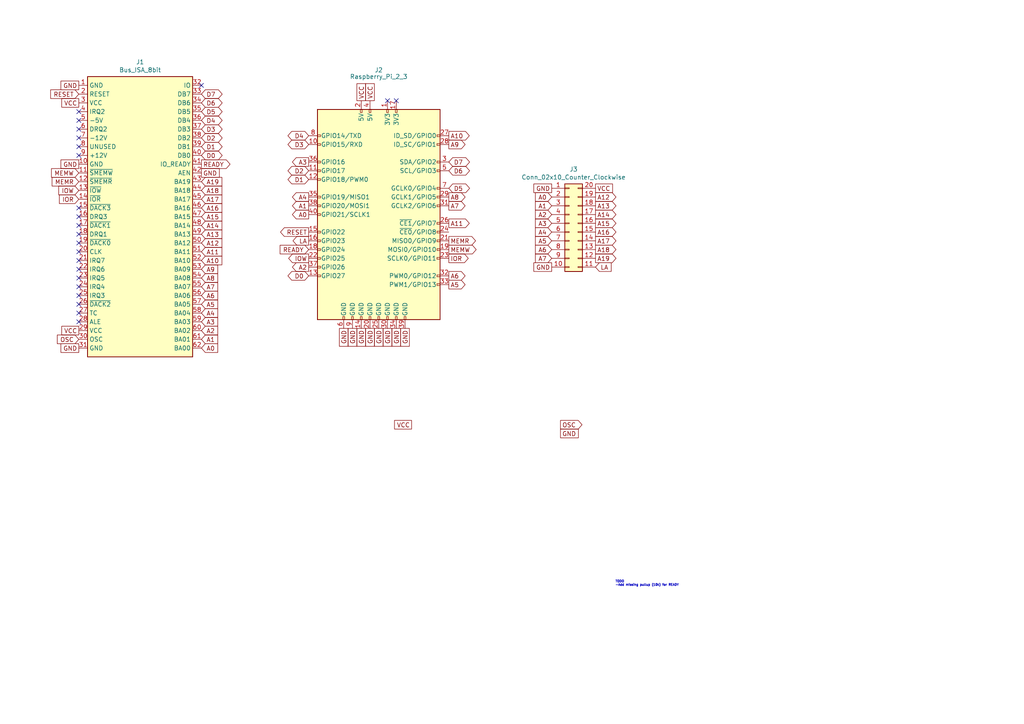
<source format=kicad_sch>
(kicad_sch (version 20230121) (generator eeschema)
  (paper "A4")
  (lib_symbols
    (symbol "Connector:Bus_ISA_8bit"
      (property "Reference" "J" (at 0 42.545 0))
      (property "Value" "Bus_ISA_8bit" (at 0 -42.545 0))
      (symbol "Bus_ISA_8bit_0_1"
        (rectangle (start -15.24 -40.64) (end 15.24 40.64) (stroke (width 0.254)) (fill (type background)))
      )
      (symbol "Bus_ISA_8bit_1_1"
        (pin power_in line (at -17.78 38.1 0) (length 2.54) (name "GND") (number "1"))
        (pin power_in line (at -17.78 15.24 0) (length 2.54) (name "GND") (number "10"))
        (pin output line (at -17.78 12.7 0) (length 2.54) (name "~{SMEMW}") (number "11"))
        (pin output line (at -17.78 10.16 0) (length 2.54) (name "~{SMEMR}") (number "12"))
        (pin output line (at -17.78 7.62 0) (length 2.54) (name "~{IOW}") (number "13"))
        (pin output line (at -17.78 5.08 0) (length 2.54) (name "~{IOR}") (number "14"))
        (pin passive line (at -17.78 2.54 0) (length 2.54) (name "~{DACK3}") (number "15"))
        (pin passive line (at -17.78 0 0) (length 2.54) (name "DRQ3") (number "16"))
        (pin passive line (at -17.78 -2.54 0) (length 2.54) (name "~{DACK1}") (number "17"))
        (pin passive line (at -17.78 -5.08 0) (length 2.54) (name "DRQ1") (number "18"))
        (pin passive line (at -17.78 -7.62 0) (length 2.54) (name "~{DACK0}") (number "19"))
        (pin output line (at -17.78 35.56 0) (length 2.54) (name "RESET") (number "2"))
        (pin output line (at -17.78 -10.16 0) (length 2.54) (name "CLK") (number "20"))
        (pin passive line (at -17.78 -12.7 0) (length 2.54) (name "IRQ7") (number "21"))
        (pin passive line (at -17.78 -15.24 0) (length 2.54) (name "IRQ6") (number "22"))
        (pin passive line (at -17.78 -17.78 0) (length 2.54) (name "IRQ5") (number "23"))
        (pin passive line (at -17.78 -20.32 0) (length 2.54) (name "IRQ4") (number "24"))
        (pin passive line (at -17.78 -22.86 0) (length 2.54) (name "IRQ3") (number "25"))
        (pin passive line (at -17.78 -25.4 0) (length 2.54) (name "~{DACK2}") (number "26"))
        (pin passive line (at -17.78 -27.94 0) (length 2.54) (name "TC") (number "27"))
        (pin output line (at -17.78 -30.48 0) (length 2.54) (name "ALE") (number "28"))
        (pin power_in line (at -17.78 -33.02 0) (length 2.54) (name "VCC") (number "29"))
        (pin power_in line (at -17.78 33.02 0) (length 2.54) (name "VCC") (number "3"))
        (pin output line (at -17.78 -35.56 0) (length 2.54) (name "OSC") (number "30"))
        (pin power_in line (at -17.78 -38.1 0) (length 2.54) (name "GND") (number "31"))
        (pin passive line (at 17.78 38.1 180) (length 2.54) (name "IO") (number "32"))
        (pin tri_state line (at 17.78 35.56 180) (length 2.54) (name "DB7") (number "33"))
        (pin tri_state line (at 17.78 33.02 180) (length 2.54) (name "DB6") (number "34"))
        (pin tri_state line (at 17.78 30.48 180) (length 2.54) (name "DB5") (number "35"))
        (pin tri_state line (at 17.78 27.94 180) (length 2.54) (name "DB4") (number "36"))
        (pin tri_state line (at 17.78 25.4 180) (length 2.54) (name "DB3") (number "37"))
        (pin tri_state line (at 17.78 22.86 180) (length 2.54) (name "DB2") (number "38"))
        (pin tri_state line (at 17.78 20.32 180) (length 2.54) (name "DB1") (number "39"))
        (pin passive line (at -17.78 30.48 0) (length 2.54) (name "IRQ2") (number "4"))
        (pin tri_state line (at 17.78 17.78 180) (length 2.54) (name "DB0") (number "40"))
        (pin passive line (at 17.78 15.24 180) (length 2.54) (name "IO_READY") (number "41"))
        (pin output line (at 17.78 12.7 180) (length 2.54) (name "AEN") (number "42"))
        (pin tri_state line (at 17.78 10.16 180) (length 2.54) (name "BA19") (number "43"))
        (pin tri_state line (at 17.78 7.62 180) (length 2.54) (name "BA18") (number "44"))
        (pin tri_state line (at 17.78 5.08 180) (length 2.54) (name "BA17") (number "45"))
        (pin tri_state line (at 17.78 2.54 180) (length 2.54) (name "BA16") (number "46"))
        (pin tri_state line (at 17.78 0 180) (length 2.54) (name "BA15") (number "47"))
        (pin tri_state line (at 17.78 -2.54 180) (length 2.54) (name "BA14") (number "48"))
        (pin tri_state line (at 17.78 -5.08 180) (length 2.54) (name "BA13") (number "49"))
        (pin power_in line (at -17.78 27.94 0) (length 2.54) (name "-5V") (number "5"))
        (pin tri_state line (at 17.78 -7.62 180) (length 2.54) (name "BA12") (number "50"))
        (pin tri_state line (at 17.78 -10.16 180) (length 2.54) (name "BA11") (number "51"))
        (pin tri_state line (at 17.78 -12.7 180) (length 2.54) (name "BA10") (number "52"))
        (pin tri_state line (at 17.78 -15.24 180) (length 2.54) (name "BA09") (number "53"))
        (pin tri_state line (at 17.78 -17.78 180) (length 2.54) (name "BA08") (number "54"))
        (pin tri_state line (at 17.78 -20.32 180) (length 2.54) (name "BA07") (number "55"))
        (pin tri_state line (at 17.78 -22.86 180) (length 2.54) (name "BA06") (number "56"))
        (pin tri_state line (at 17.78 -25.4 180) (length 2.54) (name "BA05") (number "57"))
        (pin tri_state line (at 17.78 -27.94 180) (length 2.54) (name "BA04") (number "58"))
        (pin tri_state line (at 17.78 -30.48 180) (length 2.54) (name "BA03") (number "59"))
        (pin passive line (at -17.78 25.4 0) (length 2.54) (name "DRQ2") (number "6"))
        (pin tri_state line (at 17.78 -33.02 180) (length 2.54) (name "BA02") (number "60"))
        (pin tri_state line (at 17.78 -35.56 180) (length 2.54) (name "BA01") (number "61"))
        (pin tri_state line (at 17.78 -38.1 180) (length 2.54) (name "BA00") (number "62"))
        (pin power_in line (at -17.78 22.86 0) (length 2.54) (name "-12V") (number "7"))
        (pin passive line (at -17.78 20.32 0) (length 2.54) (name "UNUSED") (number "8"))
        (pin power_in line (at -17.78 17.78 0) (length 2.54) (name "+12V") (number "9"))
      )
    )
    (symbol "Connector:Raspberry_Pi_2_3" (pin_names (offset 1.016))
      (property "Reference" "J" (at -17.78 31.75 0))
      (property "Value" "Raspberry_Pi_2_3" (at 10.16 -31.75 0))
      (symbol "Raspberry_Pi_2_3_0_1"
        (rectangle (start -17.78 30.48) (end 17.78 -30.48) (stroke (width 0.254)) (fill (type background)))
      )
      (symbol "Raspberry_Pi_2_3_1_1"
        (rectangle (start -16.891 -17.526) (end -17.78 -18.034))
        (rectangle (start -16.891 -14.986) (end -17.78 -15.494))
        (rectangle (start -16.891 -12.446) (end -17.78 -12.954))
        (rectangle (start -16.891 -9.906) (end -17.78 -10.414))
        (rectangle (start -16.891 -7.366) (end -17.78 -7.874))
        (rectangle (start -16.891 -4.826) (end -17.78 -5.334))
        (rectangle (start -16.891 0.254) (end -17.78 -0.254))
        (rectangle (start -16.891 2.794) (end -17.78 2.286))
        (rectangle (start -16.891 5.334) (end -17.78 4.826))
        (rectangle (start -16.891 10.414) (end -17.78 9.906))
        (rectangle (start -16.891 12.954) (end -17.78 12.446))
        (rectangle (start -16.891 15.494) (end -17.78 14.986))
        (rectangle (start -16.891 20.574) (end -17.78 20.066))
        (rectangle (start -16.891 23.114) (end -17.78 22.606))
        (rectangle (start -10.414 -29.591) (end -9.906 -30.48))
        (rectangle (start -7.874 -29.591) (end -7.366 -30.48))
        (rectangle (start -5.334 -29.591) (end -4.826 -30.48))
        (rectangle (start -5.334 30.48) (end -4.826 29.591))
        (rectangle (start -2.794 -29.591) (end -2.286 -30.48))
        (rectangle (start -2.794 30.48) (end -2.286 29.591))
        (rectangle (start -0.254 -29.591) (end 0.254 -30.48))
        (rectangle (start 2.286 -29.591) (end 2.794 -30.48))
        (rectangle (start 2.286 30.48) (end 2.794 29.591))
        (rectangle (start 4.826 -29.591) (end 5.334 -30.48))
        (rectangle (start 4.826 30.48) (end 5.334 29.591))
        (rectangle (start 7.366 -29.591) (end 7.874 -30.48))
        (rectangle (start 17.78 -20.066) (end 16.891 -20.574))
        (rectangle (start 17.78 -17.526) (end 16.891 -18.034))
        (rectangle (start 17.78 -12.446) (end 16.891 -12.954))
        (rectangle (start 17.78 -9.906) (end 16.891 -10.414))
        (rectangle (start 17.78 -7.366) (end 16.891 -7.874))
        (rectangle (start 17.78 -4.826) (end 16.891 -5.334))
        (rectangle (start 17.78 -2.286) (end 16.891 -2.794))
        (rectangle (start 17.78 2.794) (end 16.891 2.286))
        (rectangle (start 17.78 5.334) (end 16.891 4.826))
        (rectangle (start 17.78 7.874) (end 16.891 7.366))
        (rectangle (start 17.78 12.954) (end 16.891 12.446))
        (rectangle (start 17.78 15.494) (end 16.891 14.986))
        (rectangle (start 17.78 20.574) (end 16.891 20.066))
        (rectangle (start 17.78 23.114) (end 16.891 22.606))
        (pin power_in line (at 2.54 33.02 270) (length 2.54) (name "3V3") (number "1"))
        (pin bidirectional line (at -20.32 20.32 0) (length 2.54) (name "GPIO15/RXD") (number "10"))
        (pin bidirectional line (at -20.32 12.7 0) (length 2.54) (name "GPIO17") (number "11"))
        (pin bidirectional line (at -20.32 10.16 0) (length 2.54) (name "GPIO18/PWM0") (number "12"))
        (pin bidirectional line (at -20.32 -17.78 0) (length 2.54) (name "GPIO27") (number "13"))
        (pin power_in line (at -5.08 -33.02 90) (length 2.54) (name "GND") (number "14"))
        (pin bidirectional line (at -20.32 -5.08 0) (length 2.54) (name "GPIO22") (number "15"))
        (pin bidirectional line (at -20.32 -7.62 0) (length 2.54) (name "GPIO23") (number "16"))
        (pin power_in line (at 5.08 33.02 270) (length 2.54) (name "3V3") (number "17"))
        (pin bidirectional line (at -20.32 -10.16 0) (length 2.54) (name "GPIO24") (number "18"))
        (pin bidirectional line (at 20.32 -10.16 180) (length 2.54) (name "MOSI0/GPIO10") (number "19"))
        (pin power_in line (at -5.08 33.02 270) (length 2.54) (name "5V") (number "2"))
        (pin power_in line (at -2.54 -33.02 90) (length 2.54) (name "GND") (number "20"))
        (pin bidirectional line (at 20.32 -7.62 180) (length 2.54) (name "MISO0/GPIO9") (number "21"))
        (pin bidirectional line (at -20.32 -12.7 0) (length 2.54) (name "GPIO25") (number "22"))
        (pin bidirectional line (at 20.32 -12.7 180) (length 2.54) (name "SCLK0/GPIO11") (number "23"))
        (pin bidirectional line (at 20.32 -5.08 180) (length 2.54) (name "~{CE0}/GPIO8") (number "24"))
        (pin power_in line (at 0 -33.02 90) (length 2.54) (name "GND") (number "25"))
        (pin bidirectional line (at 20.32 -2.54 180) (length 2.54) (name "~{CE1}/GPIO7") (number "26"))
        (pin bidirectional line (at 20.32 22.86 180) (length 2.54) (name "ID_SD/GPIO0") (number "27"))
        (pin bidirectional line (at 20.32 20.32 180) (length 2.54) (name "ID_SC/GPIO1") (number "28"))
        (pin bidirectional line (at 20.32 5.08 180) (length 2.54) (name "GCLK1/GPIO5") (number "29"))
        (pin bidirectional line (at 20.32 15.24 180) (length 2.54) (name "SDA/GPIO2") (number "3"))
        (pin power_in line (at 2.54 -33.02 90) (length 2.54) (name "GND") (number "30"))
        (pin bidirectional line (at 20.32 2.54 180) (length 2.54) (name "GCLK2/GPIO6") (number "31"))
        (pin bidirectional line (at 20.32 -17.78 180) (length 2.54) (name "PWM0/GPIO12") (number "32"))
        (pin bidirectional line (at 20.32 -20.32 180) (length 2.54) (name "PWM1/GPIO13") (number "33"))
        (pin power_in line (at 5.08 -33.02 90) (length 2.54) (name "GND") (number "34"))
        (pin bidirectional line (at -20.32 5.08 0) (length 2.54) (name "GPIO19/MISO1") (number "35"))
        (pin bidirectional line (at -20.32 15.24 0) (length 2.54) (name "GPIO16") (number "36"))
        (pin bidirectional line (at -20.32 -15.24 0) (length 2.54) (name "GPIO26") (number "37"))
        (pin bidirectional line (at -20.32 2.54 0) (length 2.54) (name "GPIO20/MOSI1") (number "38"))
        (pin power_in line (at 7.62 -33.02 90) (length 2.54) (name "GND") (number "39"))
        (pin power_in line (at -2.54 33.02 270) (length 2.54) (name "5V") (number "4"))
        (pin bidirectional line (at -20.32 0 0) (length 2.54) (name "GPIO21/SCLK1") (number "40"))
        (pin bidirectional line (at 20.32 12.7 180) (length 2.54) (name "SCL/GPIO3") (number "5"))
        (pin power_in line (at -10.16 -33.02 90) (length 2.54) (name "GND") (number "6"))
        (pin bidirectional line (at 20.32 7.62 180) (length 2.54) (name "GCLK0/GPIO4") (number "7"))
        (pin bidirectional line (at -20.32 22.86 0) (length 2.54) (name "GPIO14/TXD") (number "8"))
        (pin power_in line (at -7.62 -33.02 90) (length 2.54) (name "GND") (number "9"))
      )
    )
    (symbol "Connector_Generic:Conn_02x10_Counter_Clockwise" (pin_names (offset 1.016) hide)
      (property "Reference" "J" (at 1.27 12.7 0))
      (property "Value" "Conn_02x10_Counter_Clockwise" (at 1.27 -15.24 0))
      (symbol "Conn_02x10_Counter_Clockwise_1_1"
        (rectangle (start -1.27 -12.573) (end 0 -12.827) (stroke (width 0.1524)))
        (rectangle (start -1.27 -10.033) (end 0 -10.287) (stroke (width 0.1524)))
        (rectangle (start -1.27 -7.493) (end 0 -7.747) (stroke (width 0.1524)))
        (rectangle (start -1.27 -4.953) (end 0 -5.207) (stroke (width 0.1524)))
        (rectangle (start -1.27 -2.413) (end 0 -2.667) (stroke (width 0.1524)))
        (rectangle (start -1.27 0.127) (end 0 -0.127) (stroke (width 0.1524)))
        (rectangle (start -1.27 2.667) (end 0 2.413) (stroke (width 0.1524)))
        (rectangle (start -1.27 5.207) (end 0 4.953) (stroke (width 0.1524)))
        (rectangle (start -1.27 7.747) (end 0 7.493) (stroke (width 0.1524)))
        (rectangle (start -1.27 10.287) (end 0 10.033) (stroke (width 0.1524)))
        (rectangle (start -1.27 11.43) (end 3.81 -13.97) (stroke (width 0.254)) (fill (type background)))
        (rectangle (start 3.81 -12.573) (end 2.54 -12.827) (stroke (width 0.1524)))
        (rectangle (start 3.81 -10.033) (end 2.54 -10.287) (stroke (width 0.1524)))
        (rectangle (start 3.81 -7.493) (end 2.54 -7.747) (stroke (width 0.1524)))
        (rectangle (start 3.81 -4.953) (end 2.54 -5.207) (stroke (width 0.1524)))
        (rectangle (start 3.81 -2.413) (end 2.54 -2.667) (stroke (width 0.1524)))
        (rectangle (start 3.81 0.127) (end 2.54 -0.127) (stroke (width 0.1524)))
        (rectangle (start 3.81 2.667) (end 2.54 2.413) (stroke (width 0.1524)))
        (rectangle (start 3.81 5.207) (end 2.54 4.953) (stroke (width 0.1524)))
        (rectangle (start 3.81 7.747) (end 2.54 7.493) (stroke (width 0.1524)))
        (rectangle (start 3.81 10.287) (end 2.54 10.033) (stroke (width 0.1524)))
        (pin passive line (at -5.08 10.16 0) (length 3.81) (name "Pin_1") (number "1"))
        (pin passive line (at -5.08 -12.7 0) (length 3.81) (name "Pin_10") (number "10"))
        (pin passive line (at 7.62 -12.7 180) (length 3.81) (name "Pin_11") (number "11"))
        (pin passive line (at 7.62 -10.16 180) (length 3.81) (name "Pin_12") (number "12"))
        (pin passive line (at 7.62 -7.62 180) (length 3.81) (name "Pin_13") (number "13"))
        (pin passive line (at 7.62 -5.08 180) (length 3.81) (name "Pin_14") (number "14"))
        (pin passive line (at 7.62 -2.54 180) (length 3.81) (name "Pin_15") (number "15"))
        (pin passive line (at 7.62 0 180) (length 3.81) (name "Pin_16") (number "16"))
        (pin passive line (at 7.62 2.54 180) (length 3.81) (name "Pin_17") (number "17"))
        (pin passive line (at 7.62 5.08 180) (length 3.81) (name "Pin_18") (number "18"))
        (pin passive line (at 7.62 7.62 180) (length 3.81) (name "Pin_19") (number "19"))
        (pin passive line (at -5.08 7.62 0) (length 3.81) (name "Pin_2") (number "2"))
        (pin passive line (at 7.62 10.16 180) (length 3.81) (name "Pin_20") (number "20"))
        (pin passive line (at -5.08 5.08 0) (length 3.81) (name "Pin_3") (number "3"))
        (pin passive line (at -5.08 2.54 0) (length 3.81) (name "Pin_4") (number "4"))
        (pin passive line (at -5.08 0 0) (length 3.81) (name "Pin_5") (number "5"))
        (pin passive line (at -5.08 -2.54 0) (length 3.81) (name "Pin_6") (number "6"))
        (pin passive line (at -5.08 -5.08 0) (length 3.81) (name "Pin_7") (number "7"))
        (pin passive line (at -5.08 -7.62 0) (length 3.81) (name "Pin_8") (number "8"))
        (pin passive line (at -5.08 -10.16 0) (length 3.81) (name "Pin_9") (number "9"))
      )
    )
  )
  (no_connect (at 114.935 29.21))
  (no_connect (at 112.395 29.21))
  (no_connect (at 22.86 93.345))
  (no_connect (at 22.86 85.725))
  (no_connect (at 22.86 88.265))
  (no_connect (at 22.86 90.805))
  (no_connect (at 58.42 24.765))
  (no_connect (at 22.86 32.385))
  (no_connect (at 22.86 34.925))
  (no_connect (at 22.86 37.465))
  (no_connect (at 22.86 40.005))
  (no_connect (at 22.86 42.545))
  (no_connect (at 22.86 45.085))
  (no_connect (at 22.86 60.325))
  (no_connect (at 22.86 62.865))
  (no_connect (at 22.86 65.405))
  (no_connect (at 22.86 67.945))
  (no_connect (at 22.86 70.485))
  (no_connect (at 22.86 73.025))
  (no_connect (at 22.86 75.565))
  (no_connect (at 22.86 78.105))
  (no_connect (at 22.86 80.645))
  (no_connect (at 22.86 83.185))
  (text "TODO\n-Add missing pullup (10k) for READY" (at 178.435 170.18 0) (effects (font (size 0.635 0.635)) (justify left bottom)))
  (global_label "A17" (shape output) (at 172.72 69.85 0) (property "Intersheetrefs" "${INTERSHEET_REFS}" (effects hide)))
  (global_label "READY" (shape output) (at 58.42 47.625 0) (property "Intersheetrefs" "${INTERSHEET_REFS}" (effects hide)))
  (global_label "MEMW" (shape input) (at 22.86 50.165 180) (property "Intersheetrefs" "${INTERSHEET_REFS}" (effects hide)))
  (global_label "GND" (shape passive) (at 109.855 95.25 270) (property "Intersheetrefs" "${INTERSHEET_REFS}" (effects hide)))
  (global_label "A2" (shape input) (at 160.02 62.23 180) (property "Intersheetrefs" "${INTERSHEET_REFS}" (effects hide)))
  (global_label "A3" (shape output) (at 89.535 46.99 180) (property "Intersheetrefs" "${INTERSHEET_REFS}" (effects hide)))
  (global_label "D2" (shape bidirectional) (at 58.42 40.005 0) (property "Intersheetrefs" "${INTERSHEET_REFS}" (effects hide)))
  (global_label "A8" (shape input) (at 58.42 80.645 0) (property "Intersheetrefs" "${INTERSHEET_REFS}" (effects hide)))
  (global_label "A19" (shape input) (at 58.42 52.705 0) (property "Intersheetrefs" "${INTERSHEET_REFS}" (effects hide)))
  (global_label "LA" (shape input) (at 172.72 77.47 0) (property "Intersheetrefs" "${INTERSHEET_REFS}" (effects hide)))
  (global_label "GND" (shape passive) (at 162.56 125.73 0) (property "Intersheetrefs" "${INTERSHEET_REFS}" (effects hide)))
  (global_label "A15" (shape input) (at 58.42 62.865 0) (property "Intersheetrefs" "${INTERSHEET_REFS}" (effects hide)))
  (global_label "LA" (shape output) (at 89.535 69.85 180) (property "Intersheetrefs" "${INTERSHEET_REFS}" (effects hide)))
  (global_label "GND" (shape passive) (at 112.395 95.25 270) (property "Intersheetrefs" "${INTERSHEET_REFS}" (effects hide)))
  (global_label "A4" (shape input) (at 160.02 67.31 180) (property "Intersheetrefs" "${INTERSHEET_REFS}" (effects hide)))
  (global_label "MEMW" (shape output) (at 130.175 72.39 0) (property "Intersheetrefs" "${INTERSHEET_REFS}" (effects hide)))
  (global_label "MEMR" (shape input) (at 22.86 52.705 180) (property "Intersheetrefs" "${INTERSHEET_REFS}" (effects hide)))
  (global_label "A2" (shape input) (at 58.42 95.885 0) (property "Intersheetrefs" "${INTERSHEET_REFS}" (effects hide)))
  (global_label "IOW" (shape input) (at 22.86 55.245 180) (property "Intersheetrefs" "${INTERSHEET_REFS}" (effects hide)))
  (global_label "A0" (shape input) (at 160.02 57.15 180) (property "Intersheetrefs" "${INTERSHEET_REFS}" (effects hide)))
  (global_label "A5" (shape output) (at 130.175 82.55 0) (property "Intersheetrefs" "${INTERSHEET_REFS}" (effects hide)))
  (global_label "A0" (shape input) (at 58.42 100.965 0) (property "Intersheetrefs" "${INTERSHEET_REFS}" (effects hide)))
  (global_label "GND" (shape passive) (at 117.475 95.25 270) (property "Intersheetrefs" "${INTERSHEET_REFS}" (effects hide)))
  (global_label "A15" (shape output) (at 172.72 64.77 0) (property "Intersheetrefs" "${INTERSHEET_REFS}" (effects hide)))
  (global_label "A17" (shape input) (at 58.42 57.785 0) (property "Intersheetrefs" "${INTERSHEET_REFS}" (effects hide)))
  (global_label "OSC" (shape input) (at 22.86 98.425 180) (property "Intersheetrefs" "${INTERSHEET_REFS}" (effects hide)))
  (global_label "A14" (shape output) (at 172.72 62.23 0) (property "Intersheetrefs" "${INTERSHEET_REFS}" (effects hide)))
  (global_label "A10" (shape output) (at 130.175 39.37 0) (property "Intersheetrefs" "${INTERSHEET_REFS}" (effects hide)))
  (global_label "GND" (shape passive) (at 99.695 95.25 270) (property "Intersheetrefs" "${INTERSHEET_REFS}" (effects hide)))
  (global_label "D3" (shape bidirectional) (at 58.42 37.465 0) (property "Intersheetrefs" "${INTERSHEET_REFS}" (effects hide)))
  (global_label "VCC" (shape passive) (at 172.72 54.61 0) (property "Intersheetrefs" "${INTERSHEET_REFS}" (effects hide)))
  (global_label "A7" (shape input) (at 58.42 83.185 0) (property "Intersheetrefs" "${INTERSHEET_REFS}" (effects hide)))
  (global_label "A11" (shape output) (at 130.175 64.77 0) (property "Intersheetrefs" "${INTERSHEET_REFS}" (effects hide)))
  (global_label "D0" (shape bidirectional) (at 89.535 80.01 180) (property "Intersheetrefs" "${INTERSHEET_REFS}" (effects hide)))
  (global_label "D7" (shape bidirectional) (at 58.42 27.305 0) (property "Intersheetrefs" "${INTERSHEET_REFS}" (effects hide)))
  (global_label "A1" (shape input) (at 58.42 98.425 0) (property "Intersheetrefs" "${INTERSHEET_REFS}" (effects hide)))
  (global_label "A10" (shape input) (at 58.42 75.565 0) (property "Intersheetrefs" "${INTERSHEET_REFS}" (effects hide)))
  (global_label "GND" (shape passive) (at 102.235 95.25 270) (property "Intersheetrefs" "${INTERSHEET_REFS}" (effects hide)))
  (global_label "IOW" (shape output) (at 89.535 74.93 180) (property "Intersheetrefs" "${INTERSHEET_REFS}" (effects hide)))
  (global_label "D4" (shape bidirectional) (at 58.42 34.925 0) (property "Intersheetrefs" "${INTERSHEET_REFS}" (effects hide)))
  (global_label "IOR" (shape output) (at 130.175 74.93 0) (property "Intersheetrefs" "${INTERSHEET_REFS}" (effects hide)))
  (global_label "A1" (shape input) (at 160.02 59.69 180) (property "Intersheetrefs" "${INTERSHEET_REFS}" (effects hide)))
  (global_label "D0" (shape bidirectional) (at 58.42 45.085 0) (property "Intersheetrefs" "${INTERSHEET_REFS}" (effects hide)))
  (global_label "GND" (shape passive) (at 104.775 95.25 270) (property "Intersheetrefs" "${INTERSHEET_REFS}" (effects hide)))
  (global_label "A12" (shape output) (at 172.72 57.15 0) (property "Intersheetrefs" "${INTERSHEET_REFS}" (effects hide)))
  (global_label "GND" (shape passive) (at 114.935 95.25 270) (property "Intersheetrefs" "${INTERSHEET_REFS}" (effects hide)))
  (global_label "A7" (shape input) (at 160.02 74.93 180) (property "Intersheetrefs" "${INTERSHEET_REFS}" (effects hide)))
  (global_label "GND" (shape passive) (at 160.02 77.47 180) (property "Intersheetrefs" "${INTERSHEET_REFS}" (effects hide)))
  (global_label "A13" (shape input) (at 58.42 67.945 0) (property "Intersheetrefs" "${INTERSHEET_REFS}" (effects hide)))
  (global_label "VCC" (shape passive) (at 22.86 95.885 180) (property "Intersheetrefs" "${INTERSHEET_REFS}" (effects hide)))
  (global_label "GND" (shape passive) (at 22.86 47.625 180) (property "Intersheetrefs" "${INTERSHEET_REFS}" (effects hide)))
  (global_label "A16" (shape output) (at 172.72 67.31 0) (property "Intersheetrefs" "${INTERSHEET_REFS}" (effects hide)))
  (global_label "GND" (shape passive) (at 58.42 50.165 0) (property "Intersheetrefs" "${INTERSHEET_REFS}" (effects hide)))
  (global_label "IOR" (shape input) (at 22.86 57.785 180) (property "Intersheetrefs" "${INTERSHEET_REFS}" (effects hide)))
  (global_label "D4" (shape bidirectional) (at 89.535 39.37 180) (property "Intersheetrefs" "${INTERSHEET_REFS}" (effects hide)))
  (global_label "A6" (shape output) (at 130.175 80.01 0) (property "Intersheetrefs" "${INTERSHEET_REFS}" (effects hide)))
  (global_label "GND" (shape passive) (at 107.315 95.25 270) (property "Intersheetrefs" "${INTERSHEET_REFS}" (effects hide)))
  (global_label "A9" (shape input) (at 58.42 78.105 0) (property "Intersheetrefs" "${INTERSHEET_REFS}" (effects hide)))
  (global_label "GND" (shape passive) (at 160.02 54.61 180) (property "Intersheetrefs" "${INTERSHEET_REFS}" (effects hide)))
  (global_label "D7" (shape bidirectional) (at 130.175 46.99 0) (property "Intersheetrefs" "${INTERSHEET_REFS}" (effects hide)))
  (global_label "A13" (shape output) (at 172.72 59.69 0) (property "Intersheetrefs" "${INTERSHEET_REFS}" (effects hide)))
  (global_label "A0" (shape output) (at 89.535 62.23 180) (property "Intersheetrefs" "${INTERSHEET_REFS}" (effects hide)))
  (global_label "A14" (shape input) (at 58.42 65.405 0) (property "Intersheetrefs" "${INTERSHEET_REFS}" (effects hide)))
  (global_label "A18" (shape input) (at 58.42 55.245 0) (property "Intersheetrefs" "${INTERSHEET_REFS}" (effects hide)))
  (global_label "A11" (shape input) (at 58.42 73.025 0) (property "Intersheetrefs" "${INTERSHEET_REFS}" (effects hide)))
  (global_label "A6" (shape input) (at 58.42 85.725 0) (property "Intersheetrefs" "${INTERSHEET_REFS}" (effects hide)))
  (global_label "VCC" (shape passive) (at 104.775 29.21 90) (property "Intersheetrefs" "${INTERSHEET_REFS}" (effects hide)))
  (global_label "A4" (shape output) (at 89.535 57.15 180) (property "Intersheetrefs" "${INTERSHEET_REFS}" (effects hide)))
  (global_label "RESET" (shape input) (at 22.86 27.305 180) (property "Intersheetrefs" "${INTERSHEET_REFS}" (effects hide)))
  (global_label "READY" (shape input) (at 89.535 72.39 180) (property "Intersheetrefs" "${INTERSHEET_REFS}" (effects hide)))
  (global_label "A7" (shape output) (at 130.175 59.69 0) (property "Intersheetrefs" "${INTERSHEET_REFS}" (effects hide)))
  (global_label "A8" (shape output) (at 130.175 57.15 0) (property "Intersheetrefs" "${INTERSHEET_REFS}" (effects hide)))
  (global_label "A5" (shape input) (at 58.42 88.265 0) (property "Intersheetrefs" "${INTERSHEET_REFS}" (effects hide)))
  (global_label "VCC" (shape passive) (at 22.86 29.845 180) (property "Intersheetrefs" "${INTERSHEET_REFS}" (effects hide)))
  (global_label "A18" (shape output) (at 172.72 72.39 0) (property "Intersheetrefs" "${INTERSHEET_REFS}" (effects hide)))
  (global_label "A6" (shape input) (at 160.02 72.39 180) (property "Intersheetrefs" "${INTERSHEET_REFS}" (effects hide)))
  (global_label "A16" (shape input) (at 58.42 60.325 0) (property "Intersheetrefs" "${INTERSHEET_REFS}" (effects hide)))
  (global_label "VCC" (shape passive) (at 107.315 29.21 90) (property "Intersheetrefs" "${INTERSHEET_REFS}" (effects hide)))
  (global_label "D6" (shape bidirectional) (at 58.42 29.845 0) (property "Intersheetrefs" "${INTERSHEET_REFS}" (effects hide)))
  (global_label "A9" (shape output) (at 130.175 41.91 0) (property "Intersheetrefs" "${INTERSHEET_REFS}" (effects hide)))
  (global_label "VCC" (shape passive) (at 119.38 123.19 180) (property "Intersheetrefs" "${INTERSHEET_REFS}" (effects hide)))
  (global_label "MEMR" (shape output) (at 130.175 69.85 0) (property "Intersheetrefs" "${INTERSHEET_REFS}" (effects hide)))
  (global_label "GND" (shape passive) (at 22.86 100.965 180) (property "Intersheetrefs" "${INTERSHEET_REFS}" (effects hide)))
  (global_label "A3" (shape input) (at 58.42 93.345 0) (property "Intersheetrefs" "${INTERSHEET_REFS}" (effects hide)))
  (global_label "A3" (shape input) (at 160.02 64.77 180) (property "Intersheetrefs" "${INTERSHEET_REFS}" (effects hide)))
  (global_label "D5" (shape bidirectional) (at 130.175 54.61 0) (property "Intersheetrefs" "${INTERSHEET_REFS}" (effects hide)))
  (global_label "A2" (shape output) (at 89.535 77.47 180) (property "Intersheetrefs" "${INTERSHEET_REFS}" (effects hide)))
  (global_label "A19" (shape output) (at 172.72 74.93 0) (property "Intersheetrefs" "${INTERSHEET_REFS}" (effects hide)))
  (global_label "D6" (shape bidirectional) (at 130.175 49.53 0) (property "Intersheetrefs" "${INTERSHEET_REFS}" (effects hide)))
  (global_label "GND" (shape passive) (at 22.86 24.765 180) (property "Intersheetrefs" "${INTERSHEET_REFS}" (effects hide)))
  (global_label "D1" (shape bidirectional) (at 89.535 52.07 180) (property "Intersheetrefs" "${INTERSHEET_REFS}" (effects hide)))
  (global_label "A12" (shape input) (at 58.42 70.485 0) (property "Intersheetrefs" "${INTERSHEET_REFS}" (effects hide)))
  (global_label "D3" (shape bidirectional) (at 89.535 41.91 180) (property "Intersheetrefs" "${INTERSHEET_REFS}" (effects hide)))
  (global_label "A1" (shape output) (at 89.535 59.69 180) (property "Intersheetrefs" "${INTERSHEET_REFS}" (effects hide)))
  (global_label "D1" (shape bidirectional) (at 58.42 42.545 0) (property "Intersheetrefs" "${INTERSHEET_REFS}" (effects hide)))
  (global_label "A5" (shape input) (at 160.02 69.85 180) (property "Intersheetrefs" "${INTERSHEET_REFS}" (effects hide)))
  (global_label "D5" (shape bidirectional) (at 58.42 32.385 0) (property "Intersheetrefs" "${INTERSHEET_REFS}" (effects hide)))
  (global_label "D2" (shape bidirectional) (at 89.535 49.53 180) (property "Intersheetrefs" "${INTERSHEET_REFS}" (effects hide)))
  (global_label "RESET" (shape output) (at 89.535 67.31 180) (property "Intersheetrefs" "${INTERSHEET_REFS}" (effects hide)))
  (global_label "A4" (shape input) (at 58.42 90.805 0) (property "Intersheetrefs" "${INTERSHEET_REFS}" (effects hide)))
  (global_label "OSC" (shape output) (at 162.56 123.19 0) (property "Intersheetrefs" "${INTERSHEET_REFS}" (effects hide)))
  (symbol (lib_id "Connector:Bus_ISA_8bit") (at 40.64 62.865 0) (unit 1)
    (property "Reference" "J1" (at 40.64 17.9832 0))
    (property "Value" "Bus_ISA_8bit" (at 40.64 20.2946 0))
    (property "Footprint" "adlib:BUS_PC" (effects hide))
    (property "Datasheet" "https://en.wikipedia.org/wiki/Industry_Standard_Architecture" (effects hide))
  )
  (symbol (lib_id "Connector:Raspberry_Pi_2_3") (at 109.855 62.23 0) (unit 1)
    (property "Reference" "J2" (at 109.855 20.32 0))
    (property "Value" "Raspberry_Pi_2_3" (at 109.855 22.225 0))
    (property "Footprint" "Connector_PinHeader_2.54mm:PinHeader_2x20_P2.54mm_Vertical" (effects hide))
    (property "Datasheet" "https://www.raspberrypi.org/documentation/hardware/raspberrypi/schematics/rpi_SCH_3bplus_1p0_reduced.pdf" (effects hide))
  )
  (symbol (lib_id "SamacSys_Parts:ACH-14.31818MHZ-EK") (at 119.38 123.19 0) (unit 1)
    (property "Reference" "Y1" (at 140.97 116.459 0))
    (property "Value" "ACH-14.31818MHZ-EK" (at 140.97 118.7704 0))
    (property "Footprint" "SamacSys_Parts:ACH16000MHZEK" (effects hide))
    (property "Description" "Standard Clock Oscillators 14.31818MHz 5V" (effects hide))
    (property "Height" "6.39" (effects hide))
    (property "Mouser Part Number" "815-ACH-14.31818EK" (effects hide))
    (property "Mouser Price/Stock" "https://www.mouser.co.uk/ProductDetail/ABRACON/ACH-1431818MHZ-EK?qs=m%252BUhWDcpCfYHkLvwOoxiTw%3D%3D" (effects hide))
    (property "Manufacturer_Name" "ABRACON" (effects hide))
    (property "Manufacturer_Part_Number" "ACH-14.31818MHZ-EK" (effects hide))
  )
  (symbol (lib_id "Connector_Generic:Conn_02x10_Counter_Clockwise") (at 165.1 64.77 0) (unit 1)
    (property "Reference" "J3" (at 166.37 49.0982 0))
    (property "Value" "Conn_02x10_Counter_Clockwise" (at 166.37 51.4096 0))
    (property "Footprint" "Package_DIP:DIP-20_W7.62mm_Socket" (effects hide))
  )
)
</source>
